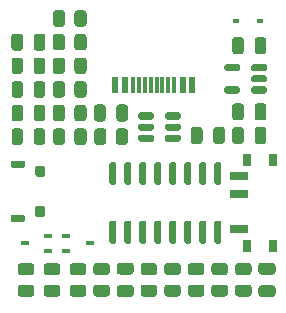
<source format=gbr>
G04 #@! TF.GenerationSoftware,KiCad,Pcbnew,6.0.7+dfsg-1~bpo11+1*
G04 #@! TF.ProjectId,project,70726f6a-6563-4742-9e6b-696361645f70,rev?*
G04 #@! TF.SameCoordinates,Original*
G04 #@! TF.FileFunction,Paste,Top*
G04 #@! TF.FilePolarity,Positive*
%FSLAX46Y46*%
G04 Gerber Fmt 4.6, Leading zero omitted, Abs format (unit mm)*
%MOMM*%
%LPD*%
G01*
G04 APERTURE LIST*
%ADD10R,0.600000X0.450000*%
%ADD11R,1.500000X0.700000*%
%ADD12R,0.800000X1.000000*%
%ADD13R,0.600000X1.450000*%
%ADD14R,0.300000X1.450000*%
%ADD15R,0.700000X0.450000*%
G04 APERTURE END LIST*
G36*
G01*
X112550000Y-120925000D02*
X111650000Y-120925000D01*
G75*
G02*
X111400000Y-120675000I0J250000D01*
G01*
X111400000Y-120150000D01*
G75*
G02*
X111650000Y-119900000I250000J0D01*
G01*
X112550000Y-119900000D01*
G75*
G02*
X112800000Y-120150000I0J-250000D01*
G01*
X112800000Y-120675000D01*
G75*
G02*
X112550000Y-120925000I-250000J0D01*
G01*
G37*
G36*
G01*
X112550000Y-119100000D02*
X111650000Y-119100000D01*
G75*
G02*
X111400000Y-118850000I0J250000D01*
G01*
X111400000Y-118325000D01*
G75*
G02*
X111650000Y-118075000I250000J0D01*
G01*
X112550000Y-118075000D01*
G75*
G02*
X112800000Y-118325000I0J-250000D01*
G01*
X112800000Y-118850000D01*
G75*
G02*
X112550000Y-119100000I-250000J0D01*
G01*
G37*
G36*
G01*
X110325000Y-106925000D02*
X110325000Y-107825000D01*
G75*
G02*
X110075000Y-108075000I-250000J0D01*
G01*
X109550000Y-108075000D01*
G75*
G02*
X109300000Y-107825000I0J250000D01*
G01*
X109300000Y-106925000D01*
G75*
G02*
X109550000Y-106675000I250000J0D01*
G01*
X110075000Y-106675000D01*
G75*
G02*
X110325000Y-106925000I0J-250000D01*
G01*
G37*
G36*
G01*
X108500000Y-106925000D02*
X108500000Y-107825000D01*
G75*
G02*
X108250000Y-108075000I-250000J0D01*
G01*
X107725000Y-108075000D01*
G75*
G02*
X107475000Y-107825000I0J250000D01*
G01*
X107475000Y-106925000D01*
G75*
G02*
X107725000Y-106675000I250000J0D01*
G01*
X108250000Y-106675000D01*
G75*
G02*
X108500000Y-106925000I0J-250000D01*
G01*
G37*
G36*
G01*
X109625000Y-118050000D02*
X110575000Y-118050000D01*
G75*
G02*
X110825000Y-118300000I0J-250000D01*
G01*
X110825000Y-118800000D01*
G75*
G02*
X110575000Y-119050000I-250000J0D01*
G01*
X109625000Y-119050000D01*
G75*
G02*
X109375000Y-118800000I0J250000D01*
G01*
X109375000Y-118300000D01*
G75*
G02*
X109625000Y-118050000I250000J0D01*
G01*
G37*
G36*
G01*
X109625000Y-119950000D02*
X110575000Y-119950000D01*
G75*
G02*
X110825000Y-120200000I0J-250000D01*
G01*
X110825000Y-120700000D01*
G75*
G02*
X110575000Y-120950000I-250000J0D01*
G01*
X109625000Y-120950000D01*
G75*
G02*
X109375000Y-120700000I0J250000D01*
G01*
X109375000Y-120200000D01*
G75*
G02*
X109625000Y-119950000I250000J0D01*
G01*
G37*
G36*
G01*
X103450000Y-118075000D02*
X104350000Y-118075000D01*
G75*
G02*
X104600000Y-118325000I0J-250000D01*
G01*
X104600000Y-118850000D01*
G75*
G02*
X104350000Y-119100000I-250000J0D01*
G01*
X103450000Y-119100000D01*
G75*
G02*
X103200000Y-118850000I0J250000D01*
G01*
X103200000Y-118325000D01*
G75*
G02*
X103450000Y-118075000I250000J0D01*
G01*
G37*
G36*
G01*
X103450000Y-119900000D02*
X104350000Y-119900000D01*
G75*
G02*
X104600000Y-120150000I0J-250000D01*
G01*
X104600000Y-120675000D01*
G75*
G02*
X104350000Y-120925000I-250000J0D01*
G01*
X103450000Y-120925000D01*
G75*
G02*
X103200000Y-120675000I0J250000D01*
G01*
X103200000Y-120150000D01*
G75*
G02*
X103450000Y-119900000I250000J0D01*
G01*
G37*
G36*
G01*
X103350000Y-98900000D02*
X103350000Y-99850000D01*
G75*
G02*
X103100000Y-100100000I-250000J0D01*
G01*
X102600000Y-100100000D01*
G75*
G02*
X102350000Y-99850000I0J250000D01*
G01*
X102350000Y-98900000D01*
G75*
G02*
X102600000Y-98650000I250000J0D01*
G01*
X103100000Y-98650000D01*
G75*
G02*
X103350000Y-98900000I0J-250000D01*
G01*
G37*
G36*
G01*
X101450000Y-98900000D02*
X101450000Y-99850000D01*
G75*
G02*
X101200000Y-100100000I-250000J0D01*
G01*
X100700000Y-100100000D01*
G75*
G02*
X100450000Y-99850000I0J250000D01*
G01*
X100450000Y-98900000D01*
G75*
G02*
X100700000Y-98650000I250000J0D01*
G01*
X101200000Y-98650000D01*
G75*
G02*
X101450000Y-98900000I0J-250000D01*
G01*
G37*
G36*
G01*
X100475000Y-101831250D02*
X100475000Y-100918750D01*
G75*
G02*
X100718750Y-100675000I243750J0D01*
G01*
X101206250Y-100675000D01*
G75*
G02*
X101450000Y-100918750I0J-243750D01*
G01*
X101450000Y-101831250D01*
G75*
G02*
X101206250Y-102075000I-243750J0D01*
G01*
X100718750Y-102075000D01*
G75*
G02*
X100475000Y-101831250I0J243750D01*
G01*
G37*
G36*
G01*
X102350000Y-101831250D02*
X102350000Y-100918750D01*
G75*
G02*
X102593750Y-100675000I243750J0D01*
G01*
X103081250Y-100675000D01*
G75*
G02*
X103325000Y-100918750I0J-243750D01*
G01*
X103325000Y-101831250D01*
G75*
G02*
X103081250Y-102075000I-243750J0D01*
G01*
X102593750Y-102075000D01*
G75*
G02*
X102350000Y-101831250I0J243750D01*
G01*
G37*
G36*
G01*
X100475000Y-103831250D02*
X100475000Y-102918750D01*
G75*
G02*
X100718750Y-102675000I243750J0D01*
G01*
X101206250Y-102675000D01*
G75*
G02*
X101450000Y-102918750I0J-243750D01*
G01*
X101450000Y-103831250D01*
G75*
G02*
X101206250Y-104075000I-243750J0D01*
G01*
X100718750Y-104075000D01*
G75*
G02*
X100475000Y-103831250I0J243750D01*
G01*
G37*
G36*
G01*
X102350000Y-103831250D02*
X102350000Y-102918750D01*
G75*
G02*
X102593750Y-102675000I243750J0D01*
G01*
X103081250Y-102675000D01*
G75*
G02*
X103325000Y-102918750I0J-243750D01*
G01*
X103325000Y-103831250D01*
G75*
G02*
X103081250Y-104075000I-243750J0D01*
G01*
X102593750Y-104075000D01*
G75*
G02*
X102350000Y-103831250I0J243750D01*
G01*
G37*
G36*
G01*
X119150000Y-107750000D02*
X119150000Y-106800000D01*
G75*
G02*
X119400000Y-106550000I250000J0D01*
G01*
X119900000Y-106550000D01*
G75*
G02*
X120150000Y-106800000I0J-250000D01*
G01*
X120150000Y-107750000D01*
G75*
G02*
X119900000Y-108000000I-250000J0D01*
G01*
X119400000Y-108000000D01*
G75*
G02*
X119150000Y-107750000I0J250000D01*
G01*
G37*
G36*
G01*
X121050000Y-107750000D02*
X121050000Y-106800000D01*
G75*
G02*
X121300000Y-106550000I250000J0D01*
G01*
X121800000Y-106550000D01*
G75*
G02*
X122050000Y-106800000I0J-250000D01*
G01*
X122050000Y-107750000D01*
G75*
G02*
X121800000Y-108000000I-250000J0D01*
G01*
X121300000Y-108000000D01*
G75*
G02*
X121050000Y-107750000I0J250000D01*
G01*
G37*
G36*
G01*
X118550000Y-120925000D02*
X117650000Y-120925000D01*
G75*
G02*
X117400000Y-120675000I0J250000D01*
G01*
X117400000Y-120150000D01*
G75*
G02*
X117650000Y-119900000I250000J0D01*
G01*
X118550000Y-119900000D01*
G75*
G02*
X118800000Y-120150000I0J-250000D01*
G01*
X118800000Y-120675000D01*
G75*
G02*
X118550000Y-120925000I-250000J0D01*
G01*
G37*
G36*
G01*
X118550000Y-119100000D02*
X117650000Y-119100000D01*
G75*
G02*
X117400000Y-118850000I0J250000D01*
G01*
X117400000Y-118325000D01*
G75*
G02*
X117650000Y-118075000I250000J0D01*
G01*
X118550000Y-118075000D01*
G75*
G02*
X118800000Y-118325000I0J-250000D01*
G01*
X118800000Y-118850000D01*
G75*
G02*
X118550000Y-119100000I-250000J0D01*
G01*
G37*
G36*
G01*
X117795000Y-109525000D02*
X118095000Y-109525000D01*
G75*
G02*
X118245000Y-109675000I0J-150000D01*
G01*
X118245000Y-111325000D01*
G75*
G02*
X118095000Y-111475000I-150000J0D01*
G01*
X117795000Y-111475000D01*
G75*
G02*
X117645000Y-111325000I0J150000D01*
G01*
X117645000Y-109675000D01*
G75*
G02*
X117795000Y-109525000I150000J0D01*
G01*
G37*
G36*
G01*
X116525000Y-109525000D02*
X116825000Y-109525000D01*
G75*
G02*
X116975000Y-109675000I0J-150000D01*
G01*
X116975000Y-111325000D01*
G75*
G02*
X116825000Y-111475000I-150000J0D01*
G01*
X116525000Y-111475000D01*
G75*
G02*
X116375000Y-111325000I0J150000D01*
G01*
X116375000Y-109675000D01*
G75*
G02*
X116525000Y-109525000I150000J0D01*
G01*
G37*
G36*
G01*
X115255000Y-109525000D02*
X115555000Y-109525000D01*
G75*
G02*
X115705000Y-109675000I0J-150000D01*
G01*
X115705000Y-111325000D01*
G75*
G02*
X115555000Y-111475000I-150000J0D01*
G01*
X115255000Y-111475000D01*
G75*
G02*
X115105000Y-111325000I0J150000D01*
G01*
X115105000Y-109675000D01*
G75*
G02*
X115255000Y-109525000I150000J0D01*
G01*
G37*
G36*
G01*
X113985000Y-109525000D02*
X114285000Y-109525000D01*
G75*
G02*
X114435000Y-109675000I0J-150000D01*
G01*
X114435000Y-111325000D01*
G75*
G02*
X114285000Y-111475000I-150000J0D01*
G01*
X113985000Y-111475000D01*
G75*
G02*
X113835000Y-111325000I0J150000D01*
G01*
X113835000Y-109675000D01*
G75*
G02*
X113985000Y-109525000I150000J0D01*
G01*
G37*
G36*
G01*
X112715000Y-109525000D02*
X113015000Y-109525000D01*
G75*
G02*
X113165000Y-109675000I0J-150000D01*
G01*
X113165000Y-111325000D01*
G75*
G02*
X113015000Y-111475000I-150000J0D01*
G01*
X112715000Y-111475000D01*
G75*
G02*
X112565000Y-111325000I0J150000D01*
G01*
X112565000Y-109675000D01*
G75*
G02*
X112715000Y-109525000I150000J0D01*
G01*
G37*
G36*
G01*
X111445000Y-109525000D02*
X111745000Y-109525000D01*
G75*
G02*
X111895000Y-109675000I0J-150000D01*
G01*
X111895000Y-111325000D01*
G75*
G02*
X111745000Y-111475000I-150000J0D01*
G01*
X111445000Y-111475000D01*
G75*
G02*
X111295000Y-111325000I0J150000D01*
G01*
X111295000Y-109675000D01*
G75*
G02*
X111445000Y-109525000I150000J0D01*
G01*
G37*
G36*
G01*
X110175000Y-109525000D02*
X110475000Y-109525000D01*
G75*
G02*
X110625000Y-109675000I0J-150000D01*
G01*
X110625000Y-111325000D01*
G75*
G02*
X110475000Y-111475000I-150000J0D01*
G01*
X110175000Y-111475000D01*
G75*
G02*
X110025000Y-111325000I0J150000D01*
G01*
X110025000Y-109675000D01*
G75*
G02*
X110175000Y-109525000I150000J0D01*
G01*
G37*
G36*
G01*
X108905000Y-109525000D02*
X109205000Y-109525000D01*
G75*
G02*
X109355000Y-109675000I0J-150000D01*
G01*
X109355000Y-111325000D01*
G75*
G02*
X109205000Y-111475000I-150000J0D01*
G01*
X108905000Y-111475000D01*
G75*
G02*
X108755000Y-111325000I0J150000D01*
G01*
X108755000Y-109675000D01*
G75*
G02*
X108905000Y-109525000I150000J0D01*
G01*
G37*
G36*
G01*
X108905000Y-114475000D02*
X109205000Y-114475000D01*
G75*
G02*
X109355000Y-114625000I0J-150000D01*
G01*
X109355000Y-116275000D01*
G75*
G02*
X109205000Y-116425000I-150000J0D01*
G01*
X108905000Y-116425000D01*
G75*
G02*
X108755000Y-116275000I0J150000D01*
G01*
X108755000Y-114625000D01*
G75*
G02*
X108905000Y-114475000I150000J0D01*
G01*
G37*
G36*
G01*
X110175000Y-114475000D02*
X110475000Y-114475000D01*
G75*
G02*
X110625000Y-114625000I0J-150000D01*
G01*
X110625000Y-116275000D01*
G75*
G02*
X110475000Y-116425000I-150000J0D01*
G01*
X110175000Y-116425000D01*
G75*
G02*
X110025000Y-116275000I0J150000D01*
G01*
X110025000Y-114625000D01*
G75*
G02*
X110175000Y-114475000I150000J0D01*
G01*
G37*
G36*
G01*
X111445000Y-114475000D02*
X111745000Y-114475000D01*
G75*
G02*
X111895000Y-114625000I0J-150000D01*
G01*
X111895000Y-116275000D01*
G75*
G02*
X111745000Y-116425000I-150000J0D01*
G01*
X111445000Y-116425000D01*
G75*
G02*
X111295000Y-116275000I0J150000D01*
G01*
X111295000Y-114625000D01*
G75*
G02*
X111445000Y-114475000I150000J0D01*
G01*
G37*
G36*
G01*
X112715000Y-114475000D02*
X113015000Y-114475000D01*
G75*
G02*
X113165000Y-114625000I0J-150000D01*
G01*
X113165000Y-116275000D01*
G75*
G02*
X113015000Y-116425000I-150000J0D01*
G01*
X112715000Y-116425000D01*
G75*
G02*
X112565000Y-116275000I0J150000D01*
G01*
X112565000Y-114625000D01*
G75*
G02*
X112715000Y-114475000I150000J0D01*
G01*
G37*
G36*
G01*
X113985000Y-114475000D02*
X114285000Y-114475000D01*
G75*
G02*
X114435000Y-114625000I0J-150000D01*
G01*
X114435000Y-116275000D01*
G75*
G02*
X114285000Y-116425000I-150000J0D01*
G01*
X113985000Y-116425000D01*
G75*
G02*
X113835000Y-116275000I0J150000D01*
G01*
X113835000Y-114625000D01*
G75*
G02*
X113985000Y-114475000I150000J0D01*
G01*
G37*
G36*
G01*
X115255000Y-114475000D02*
X115555000Y-114475000D01*
G75*
G02*
X115705000Y-114625000I0J-150000D01*
G01*
X115705000Y-116275000D01*
G75*
G02*
X115555000Y-116425000I-150000J0D01*
G01*
X115255000Y-116425000D01*
G75*
G02*
X115105000Y-116275000I0J150000D01*
G01*
X115105000Y-114625000D01*
G75*
G02*
X115255000Y-114475000I150000J0D01*
G01*
G37*
G36*
G01*
X116525000Y-114475000D02*
X116825000Y-114475000D01*
G75*
G02*
X116975000Y-114625000I0J-150000D01*
G01*
X116975000Y-116275000D01*
G75*
G02*
X116825000Y-116425000I-150000J0D01*
G01*
X116525000Y-116425000D01*
G75*
G02*
X116375000Y-116275000I0J150000D01*
G01*
X116375000Y-114625000D01*
G75*
G02*
X116525000Y-114475000I150000J0D01*
G01*
G37*
G36*
G01*
X117795000Y-114475000D02*
X118095000Y-114475000D01*
G75*
G02*
X118245000Y-114625000I0J-150000D01*
G01*
X118245000Y-116275000D01*
G75*
G02*
X118095000Y-116425000I-150000J0D01*
G01*
X117795000Y-116425000D01*
G75*
G02*
X117645000Y-116275000I0J150000D01*
G01*
X117645000Y-114625000D01*
G75*
G02*
X117795000Y-114475000I150000J0D01*
G01*
G37*
G36*
G01*
X115650000Y-107750000D02*
X115650000Y-106800000D01*
G75*
G02*
X115900000Y-106550000I250000J0D01*
G01*
X116400000Y-106550000D01*
G75*
G02*
X116650000Y-106800000I0J-250000D01*
G01*
X116650000Y-107750000D01*
G75*
G02*
X116400000Y-108000000I-250000J0D01*
G01*
X115900000Y-108000000D01*
G75*
G02*
X115650000Y-107750000I0J250000D01*
G01*
G37*
G36*
G01*
X117550000Y-107750000D02*
X117550000Y-106800000D01*
G75*
G02*
X117800000Y-106550000I250000J0D01*
G01*
X118300000Y-106550000D01*
G75*
G02*
X118550000Y-106800000I0J-250000D01*
G01*
X118550000Y-107750000D01*
G75*
G02*
X118300000Y-108000000I-250000J0D01*
G01*
X117800000Y-108000000D01*
G75*
G02*
X117550000Y-107750000I0J250000D01*
G01*
G37*
G36*
G01*
X103975000Y-99825000D02*
X103975000Y-98925000D01*
G75*
G02*
X104225000Y-98675000I250000J0D01*
G01*
X104750000Y-98675000D01*
G75*
G02*
X105000000Y-98925000I0J-250000D01*
G01*
X105000000Y-99825000D01*
G75*
G02*
X104750000Y-100075000I-250000J0D01*
G01*
X104225000Y-100075000D01*
G75*
G02*
X103975000Y-99825000I0J250000D01*
G01*
G37*
G36*
G01*
X105800000Y-99825000D02*
X105800000Y-98925000D01*
G75*
G02*
X106050000Y-98675000I250000J0D01*
G01*
X106575000Y-98675000D01*
G75*
G02*
X106825000Y-98925000I0J-250000D01*
G01*
X106825000Y-99825000D01*
G75*
G02*
X106575000Y-100075000I-250000J0D01*
G01*
X106050000Y-100075000D01*
G75*
G02*
X105800000Y-99825000I0J250000D01*
G01*
G37*
D10*
X121550000Y-97575000D03*
X119450000Y-97575000D03*
G36*
G01*
X103975000Y-103825000D02*
X103975000Y-102925000D01*
G75*
G02*
X104225000Y-102675000I250000J0D01*
G01*
X104750000Y-102675000D01*
G75*
G02*
X105000000Y-102925000I0J-250000D01*
G01*
X105000000Y-103825000D01*
G75*
G02*
X104750000Y-104075000I-250000J0D01*
G01*
X104225000Y-104075000D01*
G75*
G02*
X103975000Y-103825000I0J250000D01*
G01*
G37*
G36*
G01*
X105800000Y-103825000D02*
X105800000Y-102925000D01*
G75*
G02*
X106050000Y-102675000I250000J0D01*
G01*
X106575000Y-102675000D01*
G75*
G02*
X106825000Y-102925000I0J-250000D01*
G01*
X106825000Y-103825000D01*
G75*
G02*
X106575000Y-104075000I-250000J0D01*
G01*
X106050000Y-104075000D01*
G75*
G02*
X105800000Y-103825000I0J250000D01*
G01*
G37*
G36*
G01*
X103975000Y-97825000D02*
X103975000Y-96925000D01*
G75*
G02*
X104225000Y-96675000I250000J0D01*
G01*
X104750000Y-96675000D01*
G75*
G02*
X105000000Y-96925000I0J-250000D01*
G01*
X105000000Y-97825000D01*
G75*
G02*
X104750000Y-98075000I-250000J0D01*
G01*
X104225000Y-98075000D01*
G75*
G02*
X103975000Y-97825000I0J250000D01*
G01*
G37*
G36*
G01*
X105800000Y-97825000D02*
X105800000Y-96925000D01*
G75*
G02*
X106050000Y-96675000I250000J0D01*
G01*
X106575000Y-96675000D01*
G75*
G02*
X106825000Y-96925000I0J-250000D01*
G01*
X106825000Y-97825000D01*
G75*
G02*
X106575000Y-98075000I-250000J0D01*
G01*
X106050000Y-98075000D01*
G75*
G02*
X105800000Y-97825000I0J250000D01*
G01*
G37*
G36*
G01*
X122100000Y-103275000D02*
X122100000Y-103575000D01*
G75*
G02*
X121950000Y-103725000I-150000J0D01*
G01*
X120925000Y-103725000D01*
G75*
G02*
X120775000Y-103575000I0J150000D01*
G01*
X120775000Y-103275000D01*
G75*
G02*
X120925000Y-103125000I150000J0D01*
G01*
X121950000Y-103125000D01*
G75*
G02*
X122100000Y-103275000I0J-150000D01*
G01*
G37*
G36*
G01*
X122100000Y-102325000D02*
X122100000Y-102625000D01*
G75*
G02*
X121950000Y-102775000I-150000J0D01*
G01*
X120925000Y-102775000D01*
G75*
G02*
X120775000Y-102625000I0J150000D01*
G01*
X120775000Y-102325000D01*
G75*
G02*
X120925000Y-102175000I150000J0D01*
G01*
X121950000Y-102175000D01*
G75*
G02*
X122100000Y-102325000I0J-150000D01*
G01*
G37*
G36*
G01*
X122100000Y-101375000D02*
X122100000Y-101675000D01*
G75*
G02*
X121950000Y-101825000I-150000J0D01*
G01*
X120925000Y-101825000D01*
G75*
G02*
X120775000Y-101675000I0J150000D01*
G01*
X120775000Y-101375000D01*
G75*
G02*
X120925000Y-101225000I150000J0D01*
G01*
X121950000Y-101225000D01*
G75*
G02*
X122100000Y-101375000I0J-150000D01*
G01*
G37*
G36*
G01*
X119825000Y-101375000D02*
X119825000Y-101675000D01*
G75*
G02*
X119675000Y-101825000I-150000J0D01*
G01*
X118650000Y-101825000D01*
G75*
G02*
X118500000Y-101675000I0J150000D01*
G01*
X118500000Y-101375000D01*
G75*
G02*
X118650000Y-101225000I150000J0D01*
G01*
X119675000Y-101225000D01*
G75*
G02*
X119825000Y-101375000I0J-150000D01*
G01*
G37*
G36*
G01*
X119825000Y-103275000D02*
X119825000Y-103575000D01*
G75*
G02*
X119675000Y-103725000I-150000J0D01*
G01*
X118650000Y-103725000D01*
G75*
G02*
X118500000Y-103575000I0J150000D01*
G01*
X118500000Y-103275000D01*
G75*
G02*
X118650000Y-103125000I150000J0D01*
G01*
X119675000Y-103125000D01*
G75*
G02*
X119825000Y-103275000I0J-150000D01*
G01*
G37*
G36*
G01*
X103975000Y-107825000D02*
X103975000Y-106925000D01*
G75*
G02*
X104225000Y-106675000I250000J0D01*
G01*
X104750000Y-106675000D01*
G75*
G02*
X105000000Y-106925000I0J-250000D01*
G01*
X105000000Y-107825000D01*
G75*
G02*
X104750000Y-108075000I-250000J0D01*
G01*
X104225000Y-108075000D01*
G75*
G02*
X103975000Y-107825000I0J250000D01*
G01*
G37*
G36*
G01*
X105800000Y-107825000D02*
X105800000Y-106925000D01*
G75*
G02*
X106050000Y-106675000I250000J0D01*
G01*
X106575000Y-106675000D01*
G75*
G02*
X106825000Y-106925000I0J-250000D01*
G01*
X106825000Y-107825000D01*
G75*
G02*
X106575000Y-108075000I-250000J0D01*
G01*
X106050000Y-108075000D01*
G75*
G02*
X105800000Y-107825000I0J250000D01*
G01*
G37*
G36*
G01*
X114800000Y-107375000D02*
X114800000Y-107675000D01*
G75*
G02*
X114650000Y-107825000I-150000J0D01*
G01*
X113625000Y-107825000D01*
G75*
G02*
X113475000Y-107675000I0J150000D01*
G01*
X113475000Y-107375000D01*
G75*
G02*
X113625000Y-107225000I150000J0D01*
G01*
X114650000Y-107225000D01*
G75*
G02*
X114800000Y-107375000I0J-150000D01*
G01*
G37*
G36*
G01*
X114800000Y-106425000D02*
X114800000Y-106725000D01*
G75*
G02*
X114650000Y-106875000I-150000J0D01*
G01*
X113625000Y-106875000D01*
G75*
G02*
X113475000Y-106725000I0J150000D01*
G01*
X113475000Y-106425000D01*
G75*
G02*
X113625000Y-106275000I150000J0D01*
G01*
X114650000Y-106275000D01*
G75*
G02*
X114800000Y-106425000I0J-150000D01*
G01*
G37*
G36*
G01*
X114800000Y-105475000D02*
X114800000Y-105775000D01*
G75*
G02*
X114650000Y-105925000I-150000J0D01*
G01*
X113625000Y-105925000D01*
G75*
G02*
X113475000Y-105775000I0J150000D01*
G01*
X113475000Y-105475000D01*
G75*
G02*
X113625000Y-105325000I150000J0D01*
G01*
X114650000Y-105325000D01*
G75*
G02*
X114800000Y-105475000I0J-150000D01*
G01*
G37*
G36*
G01*
X112525000Y-105475000D02*
X112525000Y-105775000D01*
G75*
G02*
X112375000Y-105925000I-150000J0D01*
G01*
X111350000Y-105925000D01*
G75*
G02*
X111200000Y-105775000I0J150000D01*
G01*
X111200000Y-105475000D01*
G75*
G02*
X111350000Y-105325000I150000J0D01*
G01*
X112375000Y-105325000D01*
G75*
G02*
X112525000Y-105475000I0J-150000D01*
G01*
G37*
G36*
G01*
X112525000Y-106425000D02*
X112525000Y-106725000D01*
G75*
G02*
X112375000Y-106875000I-150000J0D01*
G01*
X111350000Y-106875000D01*
G75*
G02*
X111200000Y-106725000I0J150000D01*
G01*
X111200000Y-106425000D01*
G75*
G02*
X111350000Y-106275000I150000J0D01*
G01*
X112375000Y-106275000D01*
G75*
G02*
X112525000Y-106425000I0J-150000D01*
G01*
G37*
G36*
G01*
X112525000Y-107375000D02*
X112525000Y-107675000D01*
G75*
G02*
X112375000Y-107825000I-150000J0D01*
G01*
X111350000Y-107825000D01*
G75*
G02*
X111200000Y-107675000I0J150000D01*
G01*
X111200000Y-107375000D01*
G75*
G02*
X111350000Y-107225000I150000J0D01*
G01*
X112375000Y-107225000D01*
G75*
G02*
X112525000Y-107375000I0J-150000D01*
G01*
G37*
D11*
X119770000Y-115225000D03*
X119770000Y-112225000D03*
X119770000Y-110725000D03*
D12*
X120420000Y-116625000D03*
X120420000Y-109325000D03*
X122630000Y-116625000D03*
X122630000Y-109325000D03*
G36*
G01*
X100475000Y-107831250D02*
X100475000Y-106918750D01*
G75*
G02*
X100718750Y-106675000I243750J0D01*
G01*
X101206250Y-106675000D01*
G75*
G02*
X101450000Y-106918750I0J-243750D01*
G01*
X101450000Y-107831250D01*
G75*
G02*
X101206250Y-108075000I-243750J0D01*
G01*
X100718750Y-108075000D01*
G75*
G02*
X100475000Y-107831250I0J243750D01*
G01*
G37*
G36*
G01*
X102350000Y-107831250D02*
X102350000Y-106918750D01*
G75*
G02*
X102593750Y-106675000I243750J0D01*
G01*
X103081250Y-106675000D01*
G75*
G02*
X103325000Y-106918750I0J-243750D01*
G01*
X103325000Y-107831250D01*
G75*
G02*
X103081250Y-108075000I-243750J0D01*
G01*
X102593750Y-108075000D01*
G75*
G02*
X102350000Y-107831250I0J243750D01*
G01*
G37*
G36*
G01*
X110350000Y-104900000D02*
X110350000Y-105850000D01*
G75*
G02*
X110100000Y-106100000I-250000J0D01*
G01*
X109600000Y-106100000D01*
G75*
G02*
X109350000Y-105850000I0J250000D01*
G01*
X109350000Y-104900000D01*
G75*
G02*
X109600000Y-104650000I250000J0D01*
G01*
X110100000Y-104650000D01*
G75*
G02*
X110350000Y-104900000I0J-250000D01*
G01*
G37*
G36*
G01*
X108450000Y-104900000D02*
X108450000Y-105850000D01*
G75*
G02*
X108200000Y-106100000I-250000J0D01*
G01*
X107700000Y-106100000D01*
G75*
G02*
X107450000Y-105850000I0J250000D01*
G01*
X107450000Y-104900000D01*
G75*
G02*
X107700000Y-104650000I250000J0D01*
G01*
X108200000Y-104650000D01*
G75*
G02*
X108450000Y-104900000I0J-250000D01*
G01*
G37*
G36*
G01*
X100475000Y-105831250D02*
X100475000Y-104918750D01*
G75*
G02*
X100718750Y-104675000I243750J0D01*
G01*
X101206250Y-104675000D01*
G75*
G02*
X101450000Y-104918750I0J-243750D01*
G01*
X101450000Y-105831250D01*
G75*
G02*
X101206250Y-106075000I-243750J0D01*
G01*
X100718750Y-106075000D01*
G75*
G02*
X100475000Y-105831250I0J243750D01*
G01*
G37*
G36*
G01*
X102350000Y-105831250D02*
X102350000Y-104918750D01*
G75*
G02*
X102593750Y-104675000I243750J0D01*
G01*
X103081250Y-104675000D01*
G75*
G02*
X103325000Y-104918750I0J-243750D01*
G01*
X103325000Y-105831250D01*
G75*
G02*
X103081250Y-106075000I-243750J0D01*
G01*
X102593750Y-106075000D01*
G75*
G02*
X102350000Y-105831250I0J243750D01*
G01*
G37*
G36*
G01*
X103975000Y-101825000D02*
X103975000Y-100925000D01*
G75*
G02*
X104225000Y-100675000I250000J0D01*
G01*
X104750000Y-100675000D01*
G75*
G02*
X105000000Y-100925000I0J-250000D01*
G01*
X105000000Y-101825000D01*
G75*
G02*
X104750000Y-102075000I-250000J0D01*
G01*
X104225000Y-102075000D01*
G75*
G02*
X103975000Y-101825000I0J250000D01*
G01*
G37*
G36*
G01*
X105800000Y-101825000D02*
X105800000Y-100925000D01*
G75*
G02*
X106050000Y-100675000I250000J0D01*
G01*
X106575000Y-100675000D01*
G75*
G02*
X106825000Y-100925000I0J-250000D01*
G01*
X106825000Y-101825000D01*
G75*
G02*
X106575000Y-102075000I-250000J0D01*
G01*
X106050000Y-102075000D01*
G75*
G02*
X105800000Y-101825000I0J250000D01*
G01*
G37*
D13*
X115750000Y-103020000D03*
X114950000Y-103020000D03*
D14*
X113750000Y-103020000D03*
X112750000Y-103020000D03*
X112250000Y-103020000D03*
X111250000Y-103020000D03*
D13*
X110050000Y-103020000D03*
X109250000Y-103020000D03*
X109250000Y-103020000D03*
X110050000Y-103020000D03*
D14*
X110750000Y-103020000D03*
X111750000Y-103020000D03*
X113250000Y-103020000D03*
X114250000Y-103020000D03*
D13*
X114950000Y-103020000D03*
X115750000Y-103020000D03*
G36*
G01*
X101250000Y-118075000D02*
X102150000Y-118075000D01*
G75*
G02*
X102400000Y-118325000I0J-250000D01*
G01*
X102400000Y-118850000D01*
G75*
G02*
X102150000Y-119100000I-250000J0D01*
G01*
X101250000Y-119100000D01*
G75*
G02*
X101000000Y-118850000I0J250000D01*
G01*
X101000000Y-118325000D01*
G75*
G02*
X101250000Y-118075000I250000J0D01*
G01*
G37*
G36*
G01*
X101250000Y-119900000D02*
X102150000Y-119900000D01*
G75*
G02*
X102400000Y-120150000I0J-250000D01*
G01*
X102400000Y-120675000D01*
G75*
G02*
X102150000Y-120925000I-250000J0D01*
G01*
X101250000Y-120925000D01*
G75*
G02*
X101000000Y-120675000I0J250000D01*
G01*
X101000000Y-120150000D01*
G75*
G02*
X101250000Y-119900000I250000J0D01*
G01*
G37*
G36*
G01*
X122575000Y-120950000D02*
X121625000Y-120950000D01*
G75*
G02*
X121375000Y-120700000I0J250000D01*
G01*
X121375000Y-120200000D01*
G75*
G02*
X121625000Y-119950000I250000J0D01*
G01*
X122575000Y-119950000D01*
G75*
G02*
X122825000Y-120200000I0J-250000D01*
G01*
X122825000Y-120700000D01*
G75*
G02*
X122575000Y-120950000I-250000J0D01*
G01*
G37*
G36*
G01*
X122575000Y-119050000D02*
X121625000Y-119050000D01*
G75*
G02*
X121375000Y-118800000I0J250000D01*
G01*
X121375000Y-118300000D01*
G75*
G02*
X121625000Y-118050000I250000J0D01*
G01*
X122575000Y-118050000D01*
G75*
G02*
X122825000Y-118300000I0J-250000D01*
G01*
X122825000Y-118800000D01*
G75*
G02*
X122575000Y-119050000I-250000J0D01*
G01*
G37*
G36*
G01*
X103200000Y-114150000D02*
X102600000Y-114150000D01*
G75*
G02*
X102500000Y-114050000I0J100000D01*
G01*
X102500000Y-113350000D01*
G75*
G02*
X102600000Y-113250000I100000J0D01*
G01*
X103200000Y-113250000D01*
G75*
G02*
X103300000Y-113350000I0J-100000D01*
G01*
X103300000Y-114050000D01*
G75*
G02*
X103200000Y-114150000I-100000J0D01*
G01*
G37*
G36*
G01*
X103200000Y-110750000D02*
X102600000Y-110750000D01*
G75*
G02*
X102500000Y-110650000I0J100000D01*
G01*
X102500000Y-109950000D01*
G75*
G02*
X102600000Y-109850000I100000J0D01*
G01*
X103200000Y-109850000D01*
G75*
G02*
X103300000Y-109950000I0J-100000D01*
G01*
X103300000Y-110650000D01*
G75*
G02*
X103200000Y-110750000I-100000J0D01*
G01*
G37*
G36*
G01*
X101500000Y-110000000D02*
X100500000Y-110000000D01*
G75*
G02*
X100400000Y-109900000I0J100000D01*
G01*
X100400000Y-109500000D01*
G75*
G02*
X100500000Y-109400000I100000J0D01*
G01*
X101500000Y-109400000D01*
G75*
G02*
X101600000Y-109500000I0J-100000D01*
G01*
X101600000Y-109900000D01*
G75*
G02*
X101500000Y-110000000I-100000J0D01*
G01*
G37*
G36*
G01*
X101500000Y-114600000D02*
X100500000Y-114600000D01*
G75*
G02*
X100400000Y-114500000I0J100000D01*
G01*
X100400000Y-114100000D01*
G75*
G02*
X100500000Y-114000000I100000J0D01*
G01*
X101500000Y-114000000D01*
G75*
G02*
X101600000Y-114100000I0J-100000D01*
G01*
X101600000Y-114500000D01*
G75*
G02*
X101500000Y-114600000I-100000J0D01*
G01*
G37*
G36*
G01*
X103975000Y-105825000D02*
X103975000Y-104925000D01*
G75*
G02*
X104225000Y-104675000I250000J0D01*
G01*
X104750000Y-104675000D01*
G75*
G02*
X105000000Y-104925000I0J-250000D01*
G01*
X105000000Y-105825000D01*
G75*
G02*
X104750000Y-106075000I-250000J0D01*
G01*
X104225000Y-106075000D01*
G75*
G02*
X103975000Y-105825000I0J250000D01*
G01*
G37*
G36*
G01*
X105800000Y-105825000D02*
X105800000Y-104925000D01*
G75*
G02*
X106050000Y-104675000I250000J0D01*
G01*
X106575000Y-104675000D01*
G75*
G02*
X106825000Y-104925000I0J-250000D01*
G01*
X106825000Y-105825000D01*
G75*
G02*
X106575000Y-106075000I-250000J0D01*
G01*
X106050000Y-106075000D01*
G75*
G02*
X105800000Y-105825000I0J250000D01*
G01*
G37*
G36*
G01*
X108550000Y-120925000D02*
X107650000Y-120925000D01*
G75*
G02*
X107400000Y-120675000I0J250000D01*
G01*
X107400000Y-120150000D01*
G75*
G02*
X107650000Y-119900000I250000J0D01*
G01*
X108550000Y-119900000D01*
G75*
G02*
X108800000Y-120150000I0J-250000D01*
G01*
X108800000Y-120675000D01*
G75*
G02*
X108550000Y-120925000I-250000J0D01*
G01*
G37*
G36*
G01*
X108550000Y-119100000D02*
X107650000Y-119100000D01*
G75*
G02*
X107400000Y-118850000I0J250000D01*
G01*
X107400000Y-118325000D01*
G75*
G02*
X107650000Y-118075000I250000J0D01*
G01*
X108550000Y-118075000D01*
G75*
G02*
X108800000Y-118325000I0J-250000D01*
G01*
X108800000Y-118850000D01*
G75*
G02*
X108550000Y-119100000I-250000J0D01*
G01*
G37*
G36*
G01*
X119650000Y-118075000D02*
X120550000Y-118075000D01*
G75*
G02*
X120800000Y-118325000I0J-250000D01*
G01*
X120800000Y-118850000D01*
G75*
G02*
X120550000Y-119100000I-250000J0D01*
G01*
X119650000Y-119100000D01*
G75*
G02*
X119400000Y-118850000I0J250000D01*
G01*
X119400000Y-118325000D01*
G75*
G02*
X119650000Y-118075000I250000J0D01*
G01*
G37*
G36*
G01*
X119650000Y-119900000D02*
X120550000Y-119900000D01*
G75*
G02*
X120800000Y-120150000I0J-250000D01*
G01*
X120800000Y-120675000D01*
G75*
G02*
X120550000Y-120925000I-250000J0D01*
G01*
X119650000Y-120925000D01*
G75*
G02*
X119400000Y-120675000I0J250000D01*
G01*
X119400000Y-120150000D01*
G75*
G02*
X119650000Y-119900000I250000J0D01*
G01*
G37*
G36*
G01*
X106550000Y-120925000D02*
X105650000Y-120925000D01*
G75*
G02*
X105400000Y-120675000I0J250000D01*
G01*
X105400000Y-120150000D01*
G75*
G02*
X105650000Y-119900000I250000J0D01*
G01*
X106550000Y-119900000D01*
G75*
G02*
X106800000Y-120150000I0J-250000D01*
G01*
X106800000Y-120675000D01*
G75*
G02*
X106550000Y-120925000I-250000J0D01*
G01*
G37*
G36*
G01*
X106550000Y-119100000D02*
X105650000Y-119100000D01*
G75*
G02*
X105400000Y-118850000I0J250000D01*
G01*
X105400000Y-118325000D01*
G75*
G02*
X105650000Y-118075000I250000J0D01*
G01*
X106550000Y-118075000D01*
G75*
G02*
X106800000Y-118325000I0J-250000D01*
G01*
X106800000Y-118850000D01*
G75*
G02*
X106550000Y-119100000I-250000J0D01*
G01*
G37*
G36*
G01*
X116550000Y-120925000D02*
X115650000Y-120925000D01*
G75*
G02*
X115400000Y-120675000I0J250000D01*
G01*
X115400000Y-120150000D01*
G75*
G02*
X115650000Y-119900000I250000J0D01*
G01*
X116550000Y-119900000D01*
G75*
G02*
X116800000Y-120150000I0J-250000D01*
G01*
X116800000Y-120675000D01*
G75*
G02*
X116550000Y-120925000I-250000J0D01*
G01*
G37*
G36*
G01*
X116550000Y-119100000D02*
X115650000Y-119100000D01*
G75*
G02*
X115400000Y-118850000I0J250000D01*
G01*
X115400000Y-118325000D01*
G75*
G02*
X115650000Y-118075000I250000J0D01*
G01*
X116550000Y-118075000D01*
G75*
G02*
X116800000Y-118325000I0J-250000D01*
G01*
X116800000Y-118850000D01*
G75*
G02*
X116550000Y-119100000I-250000J0D01*
G01*
G37*
D15*
X103600000Y-117050000D03*
X103600000Y-115750000D03*
X101600000Y-116400000D03*
X105100000Y-115750000D03*
X105100000Y-117050000D03*
X107100000Y-116400000D03*
G36*
G01*
X122050000Y-99200000D02*
X122050000Y-100150000D01*
G75*
G02*
X121800000Y-100400000I-250000J0D01*
G01*
X121300000Y-100400000D01*
G75*
G02*
X121050000Y-100150000I0J250000D01*
G01*
X121050000Y-99200000D01*
G75*
G02*
X121300000Y-98950000I250000J0D01*
G01*
X121800000Y-98950000D01*
G75*
G02*
X122050000Y-99200000I0J-250000D01*
G01*
G37*
G36*
G01*
X120150000Y-99200000D02*
X120150000Y-100150000D01*
G75*
G02*
X119900000Y-100400000I-250000J0D01*
G01*
X119400000Y-100400000D01*
G75*
G02*
X119150000Y-100150000I0J250000D01*
G01*
X119150000Y-99200000D01*
G75*
G02*
X119400000Y-98950000I250000J0D01*
G01*
X119900000Y-98950000D01*
G75*
G02*
X120150000Y-99200000I0J-250000D01*
G01*
G37*
G36*
G01*
X119150000Y-105750000D02*
X119150000Y-104800000D01*
G75*
G02*
X119400000Y-104550000I250000J0D01*
G01*
X119900000Y-104550000D01*
G75*
G02*
X120150000Y-104800000I0J-250000D01*
G01*
X120150000Y-105750000D01*
G75*
G02*
X119900000Y-106000000I-250000J0D01*
G01*
X119400000Y-106000000D01*
G75*
G02*
X119150000Y-105750000I0J250000D01*
G01*
G37*
G36*
G01*
X121050000Y-105750000D02*
X121050000Y-104800000D01*
G75*
G02*
X121300000Y-104550000I250000J0D01*
G01*
X121800000Y-104550000D01*
G75*
G02*
X122050000Y-104800000I0J-250000D01*
G01*
X122050000Y-105750000D01*
G75*
G02*
X121800000Y-106000000I-250000J0D01*
G01*
X121300000Y-106000000D01*
G75*
G02*
X121050000Y-105750000I0J250000D01*
G01*
G37*
G36*
G01*
X114550000Y-120925000D02*
X113650000Y-120925000D01*
G75*
G02*
X113400000Y-120675000I0J250000D01*
G01*
X113400000Y-120150000D01*
G75*
G02*
X113650000Y-119900000I250000J0D01*
G01*
X114550000Y-119900000D01*
G75*
G02*
X114800000Y-120150000I0J-250000D01*
G01*
X114800000Y-120675000D01*
G75*
G02*
X114550000Y-120925000I-250000J0D01*
G01*
G37*
G36*
G01*
X114550000Y-119100000D02*
X113650000Y-119100000D01*
G75*
G02*
X113400000Y-118850000I0J250000D01*
G01*
X113400000Y-118325000D01*
G75*
G02*
X113650000Y-118075000I250000J0D01*
G01*
X114550000Y-118075000D01*
G75*
G02*
X114800000Y-118325000I0J-250000D01*
G01*
X114800000Y-118850000D01*
G75*
G02*
X114550000Y-119100000I-250000J0D01*
G01*
G37*
M02*

</source>
